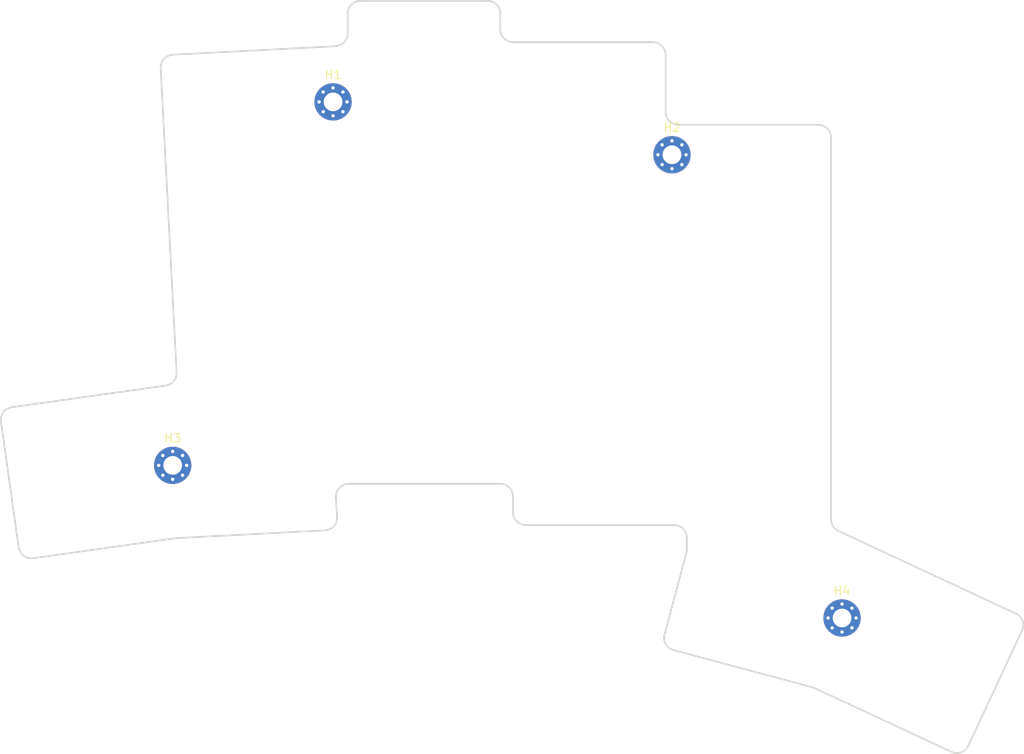
<source format=kicad_pcb>
(kicad_pcb (version 20221018) (generator pcbnew)
  (layers (0 "F.Cu" signal) (31 "B.Cu" signal) (34 "B.Paste" user) (35 "F.Paste" user) (36 "B.SilkS" user "B.Silkscreen") (37 "F.SilkS" user "F.Silkscreen") (38 "B.Mask" user) (39 "F.Mask" user) (44 "Edge.Cuts" user))
  (net 0 "")
  (footprint "MountingHole:MountingHole_2.2mm_M2_Pad_Via" (layer "F.Cu") (at 176.962712 119.689367)
    (fp_text reference "H4" (at 0 -3.2) (layer "F.SilkS"))
    (fp_text value "MountingHole")
    (pad "1" thru_hole circle (at -1.65 0) (size 0.7 0.7) (drill 0.4) (layers "*.Cu" "*.Mask"))
    (pad "1" thru_hole circle (at -1.166726 -1.166726) (size 0.7 0.7) (drill 0.4) (layers "*.Cu" "*.Mask"))
    (pad "1" thru_hole circle (at -1.166726 1.166726) (size 0.7 0.7) (drill 0.4) (layers "*.Cu" "*.Mask"))
    (pad "1" thru_hole circle (at 0 -1.65) (size 0.7 0.7) (drill 0.4) (layers "*.Cu" "*.Mask"))
    (pad "1" thru_hole circle (at 0 0) (size 4.4 4.4) (drill 2.2) (layers "*.Cu" "*.Mask"))
    (pad "1" thru_hole circle (at 0 1.65) (size 0.7 0.7) (drill 0.4) (layers "*.Cu" "*.Mask"))
    (pad "1" thru_hole circle (at 1.166726 -1.166726) (size 0.7 0.7) (drill 0.4) (layers "*.Cu" "*.Mask"))
    (pad "1" thru_hole circle (at 1.166726 1.166726) (size 0.7 0.7) (drill 0.4) (layers "*.Cu" "*.Mask"))
    (pad "1" thru_hole circle (at 1.65 0) (size 0.7 0.7) (drill 0.4) (layers "*.Cu" "*.Mask"))
  )
  (footprint "MountingHole:MountingHole_2.2mm_M2_Pad_Via" (layer "F.Cu") (at 156.903627 65.015179)
    (fp_text reference "H2" (at 0 -3.2) (layer "F.SilkS"))
    (fp_text value "MountingHole")
    (pad "1" thru_hole circle (at -1.65 0) (size 0.7 0.7) (drill 0.4) (layers "*.Cu" "*.Mask"))
    (pad "1" thru_hole circle (at -1.166726 -1.166726) (size 0.7 0.7) (drill 0.4) (layers "*.Cu" "*.Mask"))
    (pad "1" thru_hole circle (at -1.166726 1.166726) (size 0.7 0.7) (drill 0.4) (layers "*.Cu" "*.Mask"))
    (pad "1" thru_hole circle (at 0 -1.65) (size 0.7 0.7) (drill 0.4) (layers "*.Cu" "*.Mask"))
    (pad "1" thru_hole circle (at 0 0) (size 4.4 4.4) (drill 2.2) (layers "*.Cu" "*.Mask"))
    (pad "1" thru_hole circle (at 0 1.65) (size 0.7 0.7) (drill 0.4) (layers "*.Cu" "*.Mask"))
    (pad "1" thru_hole circle (at 1.166726 -1.166726) (size 0.7 0.7) (drill 0.4) (layers "*.Cu" "*.Mask"))
    (pad "1" thru_hole circle (at 1.166726 1.166726) (size 0.7 0.7) (drill 0.4) (layers "*.Cu" "*.Mask"))
    (pad "1" thru_hole circle (at 1.65 0) (size 0.7 0.7) (drill 0.4) (layers "*.Cu" "*.Mask"))
  )
  (footprint "MountingHole:MountingHole_2.2mm_M2_Pad_Via" (layer "F.Cu") (at 98.013629 101.675178)
    (fp_text reference "H3" (at 0 -3.2) (layer "F.SilkS"))
    (fp_text value "MountingHole")
    (pad "1" thru_hole circle (at -1.65 0) (size 0.7 0.7) (drill 0.4) (layers "*.Cu" "*.Mask"))
    (pad "1" thru_hole circle (at -1.166726 -1.166726) (size 0.7 0.7) (drill 0.4) (layers "*.Cu" "*.Mask"))
    (pad "1" thru_hole circle (at -1.166726 1.166726) (size 0.7 0.7) (drill 0.4) (layers "*.Cu" "*.Mask"))
    (pad "1" thru_hole circle (at 0 -1.65) (size 0.7 0.7) (drill 0.4) (layers "*.Cu" "*.Mask"))
    (pad "1" thru_hole circle (at 0 0) (size 4.4 4.4) (drill 2.2) (layers "*.Cu" "*.Mask"))
    (pad "1" thru_hole circle (at 0 1.65) (size 0.7 0.7) (drill 0.4) (layers "*.Cu" "*.Mask"))
    (pad "1" thru_hole circle (at 1.166726 -1.166726) (size 0.7 0.7) (drill 0.4) (layers "*.Cu" "*.Mask"))
    (pad "1" thru_hole circle (at 1.166726 1.166726) (size 0.7 0.7) (drill 0.4) (layers "*.Cu" "*.Mask"))
    (pad "1" thru_hole circle (at 1.65 0) (size 0.7 0.7) (drill 0.4) (layers "*.Cu" "*.Mask"))
  )
  (footprint "MountingHole:MountingHole_2.2mm_M2_Pad_Via" (layer "F.Cu") (at 116.928626 58.775178)
    (fp_text reference "H1" (at 0 -3.2) (layer "F.SilkS"))
    (fp_text value "MountingHole")
    (pad "1" thru_hole circle (at -1.65 0) (size 0.7 0.7) (drill 0.4) (layers "*.Cu" "*.Mask"))
    (pad "1" thru_hole circle (at -1.166726 -1.166726) (size 0.7 0.7) (drill 0.4) (layers "*.Cu" "*.Mask"))
    (pad "1" thru_hole circle (at -1.166726 1.166726) (size 0.7 0.7) (drill 0.4) (layers "*.Cu" "*.Mask"))
    (pad "1" thru_hole circle (at 0 -1.65) (size 0.7 0.7) (drill 0.4) (layers "*.Cu" "*.Mask"))
    (pad "1" thru_hole circle (at 0 0) (size 4.4 4.4) (drill 2.2) (layers "*.Cu" "*.Mask"))
    (pad "1" thru_hole circle (at 0 1.65) (size 0.7 0.7) (drill 0.4) (layers "*.Cu" "*.Mask"))
    (pad "1" thru_hole circle (at 1.166726 -1.166726) (size 0.7 0.7) (drill 0.4) (layers "*.Cu" "*.Mask"))
    (pad "1" thru_hole circle (at 1.166726 1.166726) (size 0.7 0.7) (drill 0.4) (layers "*.Cu" "*.Mask"))
    (pad "1" thru_hole circle (at 1.65 0) (size 0.7 0.7) (drill 0.4) (layers "*.Cu" "*.Mask"))
  )
  (gr_line (start 117.274351 105.428681) (end 117.396988 107.76871) (stroke (width 0.2)) (layer "Edge.Cuts"))
  (gr_line (start 191.855172 134.761274) (end 198.194447 121.166658) (stroke (width 0.2)) (layer "Edge.Cuts"))
  (gr_line (start 98.551461 110.258419) (end 115.977547 109.345159) (stroke (width 0.2)) (layer "Edge.Cuts"))
  (gr_arc (start 138.153627 51.725178) (mid 137.093002 51.285823) (end 136.653627 50.225179) (stroke (width 0.2)) (layer "Edge.Cuts"))
  (gr_arc (start 117.396988 107.76871) (mid 117.01379 108.850931) (end 115.977547 109.345159) (stroke (width 0.2)) (layer "Edge.Cuts"))
  (gr_line (start 138.153627 107.225178) (end 138.153628 105.350178) (stroke (width 0.2)) (layer "Edge.Cuts"))
  (gr_line (start 156.019152 121.64025) (end 158.602517 111.999004) (stroke (width 0.2)) (layer "Edge.Cuts"))
  (gr_arc (start 139.653627 108.725177) (mid 138.592973 108.285852) (end 138.153627 107.225178) (stroke (width 0.2)) (layer "Edge.Cuts"))
  (gr_arc (start 197.468912 119.173268) (mid 198.2445 120.0197) (end 198.194447 121.166658) (stroke (width 0.2)) (layer "Edge.Cuts"))
  (gr_arc (start 96.595513 54.784761) (mid 96.978759 53.70259) (end 98.014954 53.208314) (stroke (width 0.2)) (layer "Edge.Cuts"))
  (gr_arc (start 118.653628 48.350178) (mid 119.092975 47.289524) (end 120.153626 46.850178) (stroke (width 0.2)) (layer "Edge.Cuts"))
  (gr_arc (start 136.653628 103.850177) (mid 137.714352 104.289473) (end 138.153628 105.350178) (stroke (width 0.2)) (layer "Edge.Cuts"))
  (gr_line (start 173.719563 127.959567) (end 189.861785 135.48681) (stroke (width 0.2)) (layer "Edge.Cuts"))
  (gr_arc (start 157.079813 123.477367) (mid 156.169032 122.778474) (end 156.019152 121.64025) (stroke (width 0.2)) (layer "Edge.Cuts"))
  (gr_arc (start 77.759869 96.504088) (mid 78.047308 95.392595) (end 79.03651 94.809928) (stroke (width 0.2)) (layer "Edge.Cuts"))
  (gr_arc (start 157.153628 108.725177) (mid 158.214257 109.164538) (end 158.653626 110.225178) (stroke (width 0.2)) (layer "Edge.Cuts"))
  (gr_arc (start 157.653627 61.475178) (mid 156.592937 61.035859) (end 156.153628 59.975179) (stroke (width 0.2)) (layer "Edge.Cuts"))
  (gr_line (start 81.541626 112.634753) (end 98.55072 110.24428) (stroke (width 0.2)) (layer "Edge.Cuts"))
  (gr_line (start 98.477487 90.694953) (end 96.595513 54.784761) (stroke (width 0.2)) (layer "Edge.Cuts"))
  (gr_line (start 157.079813 123.477367) (end 173.473863 127.870139) (stroke (width 0.2)) (layer "Edge.Cuts"))
  (gr_line (start 118.653628 50.70324) (end 118.653626 48.350177) (stroke (width 0.2)) (layer "Edge.Cuts"))
  (gr_line (start 175.653627 108.045029) (end 175.653627 62.975177) (stroke (width 0.2)) (layer "Edge.Cuts"))
  (gr_arc (start 173.473863 127.870139) (mid 173.598667 127.909485) (end 173.719563 127.959567) (stroke (width 0.2)) (layer "Edge.Cuts"))
  (gr_arc (start 118.653628 50.70324) (mid 118.241711 51.735801) (end 117.232131 52.201184) (stroke (width 0.2)) (layer "Edge.Cuts"))
  (gr_arc (start 135.153627 46.850176) (mid 136.214288 47.289507) (end 136.653627 48.350177) (stroke (width 0.2)) (layer "Edge.Cuts"))
  (gr_line (start 120.153626 46.850178) (end 135.153627 46.850176) (stroke (width 0.2)) (layer "Edge.Cuts"))
  (gr_line (start 158.653628 111.610775) (end 158.653628 110.225177) (stroke (width 0.2)) (layer "Edge.Cuts"))
  (gr_line (start 79.847463 111.358109) (end 77.759869 96.504088) (stroke (width 0.2)) (layer "Edge.Cuts"))
  (gr_line (start 98.551461 110.258419) (end 98.55072 110.24428) (stroke (width 0.2)) (layer "Edge.Cuts"))
  (gr_line (start 139.653627 108.725177) (end 157.153628 108.725176) (stroke (width 0.2)) (layer "Edge.Cuts"))
  (gr_arc (start 176.519699 109.404492) (mid 175.888503 108.850998) (end 175.653628 108.045029) (stroke (width 0.2)) (layer "Edge.Cuts"))
  (gr_arc (start 174.153628 61.475179) (mid 175.214256 61.91454) (end 175.653627 62.975179) (stroke (width 0.2)) (layer "Edge.Cuts"))
  (gr_line (start 136.653627 48.350177) (end 136.653627 50.225179) (stroke (width 0.2)) (layer "Edge.Cuts"))
  (gr_arc (start 117.274351 105.428681) (mid 117.684247 104.317675) (end 118.772296 103.850177) (stroke (width 0.2)) (layer "Edge.Cuts"))
  (gr_line (start 118.772296 103.850177) (end 136.653628 103.850177) (stroke (width 0.2)) (layer "Edge.Cuts"))
  (gr_line (start 176.519701 109.404491) (end 197.468912 119.173268) (stroke (width 0.2)) (layer "Edge.Cuts"))
  (gr_arc (start 158.653628 111.610775) (mid 158.64079 111.806564) (end 158.602517 111.999004) (stroke (width 0.2)) (layer "Edge.Cuts"))
  (gr_line (start 138.153627 51.725178) (end 154.653627 51.725177) (stroke (width 0.2)) (layer "Edge.Cuts"))
  (gr_arc (start 81.541626 112.634753) (mid 80.430119 112.347342) (end 79.847463 111.358109) (stroke (width 0.2)) (layer "Edge.Cuts"))
  (gr_line (start 79.03651 94.809926) (end 97.188303 92.258859) (stroke (width 0.2)) (layer "Edge.Cuts"))
  (gr_arc (start 154.653627 51.725177) (mid 155.714293 52.164531) (end 156.153628 53.225178) (stroke (width 0.2)) (layer "Edge.Cuts"))
  (gr_circle (center 156.903627 65.015179) (end 157.830812 64.640571) (stroke (width 0.2)) (fill none) (layer "Edge.Cuts"))
  (gr_line (start 157.653627 61.475178) (end 174.153628 61.475179) (stroke (width 0.2)) (layer "Edge.Cuts"))
  (gr_arc (start 98.477487 90.694953) (mid 98.136998 91.727597) (end 97.188303 92.258859) (stroke (width 0.2)) (layer "Edge.Cuts"))
  (gr_arc (start 191.855172 134.761274) (mid 191.008734 135.536894) (end 189.861782 135.486808) (stroke (width 0.2)) (layer "Edge.Cuts"))
  (gr_line (start 98.014954 53.208314) (end 117.232131 52.201184) (stroke (width 0.2)) (layer "Edge.Cuts"))
  (gr_line (start 156.153628 59.975179) (end 156.153628 53.225178) (stroke (width 0.2)) (layer "Edge.Cuts"))
)
</source>
